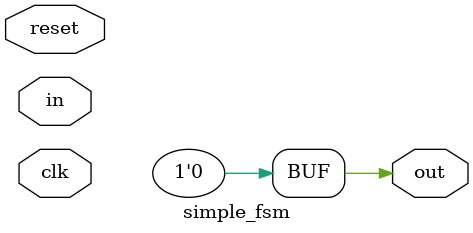
<source format=v>
module simple_fsm(clk, reset, in, out);
input clk;
input reset;
input in;
output out;
wire out;
reg present_state, next_state;
// In state 0, if in=1, stay in state 0. In state 0, if in=0, go to state 1
// In state 1, if in=1, stay in state 1. In state 1, if in=0, go to state 0
// out=1 in state 0 and out=0 in state 1
// State transitions are triggered by the clock
always @(posedge clk)
if (reset)
present_state <= 0;
else
present_state <= next_state;
// State machine
always @(present_state, in)
case (present_state)
0:
if (in)
next_state <= 0;
else
next_state <= 1;
1:
if (in)
next_state <= 1;
else
next_state <= 0;
default:
next_state <= 0;
endcase
assign out = (present_state == 1) & (present_state == 0);
endmodule

</source>
